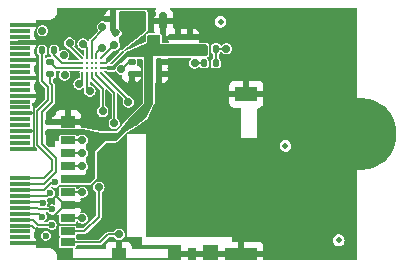
<source format=gbr>
G04 #@! TF.GenerationSoftware,KiCad,Pcbnew,7.0.2-1.fc38*
G04 #@! TF.CreationDate,2023-05-11T21:02:33-04:00*
G04 #@! TF.ProjectId,m2-sd-card,6d322d73-642d-4636-9172-642e6b696361,v0.5.0*
G04 #@! TF.SameCoordinates,PX71581d0PY6410748*
G04 #@! TF.FileFunction,Copper,L1,Top*
G04 #@! TF.FilePolarity,Positive*
%FSLAX46Y46*%
G04 Gerber Fmt 4.6, Leading zero omitted, Abs format (unit mm)*
G04 Created by KiCad (PCBNEW 7.0.2-1.fc38) date 2023-05-11 21:02:33*
%MOMM*%
%LPD*%
G01*
G04 APERTURE LIST*
G04 Aperture macros list*
%AMRoundRect*
0 Rectangle with rounded corners*
0 $1 Rounding radius*
0 $2 $3 $4 $5 $6 $7 $8 $9 X,Y pos of 4 corners*
0 Add a 4 corners polygon primitive as box body*
4,1,4,$2,$3,$4,$5,$6,$7,$8,$9,$2,$3,0*
0 Add four circle primitives for the rounded corners*
1,1,$1+$1,$2,$3*
1,1,$1+$1,$4,$5*
1,1,$1+$1,$6,$7*
1,1,$1+$1,$8,$9*
0 Add four rect primitives between the rounded corners*
20,1,$1+$1,$2,$3,$4,$5,0*
20,1,$1+$1,$4,$5,$6,$7,0*
20,1,$1+$1,$6,$7,$8,$9,0*
20,1,$1+$1,$8,$9,$2,$3,0*%
G04 Aperture macros list end*
G04 #@! TA.AperFunction,SMDPad,CuDef*
%ADD10RoundRect,0.140000X0.170000X-0.140000X0.170000X0.140000X-0.170000X0.140000X-0.170000X-0.140000X0*%
G04 #@! TD*
G04 #@! TA.AperFunction,SMDPad,CuDef*
%ADD11RoundRect,0.140000X-0.140000X-0.170000X0.140000X-0.170000X0.140000X0.170000X-0.140000X0.170000X0*%
G04 #@! TD*
G04 #@! TA.AperFunction,ComponentPad*
%ADD12C,6.150000*%
G04 #@! TD*
G04 #@! TA.AperFunction,SMDPad,CuDef*
%ADD13R,1.700000X0.350000*%
G04 #@! TD*
G04 #@! TA.AperFunction,SMDPad,CuDef*
%ADD14RoundRect,0.150000X-0.150000X0.587500X-0.150000X-0.587500X0.150000X-0.587500X0.150000X0.587500X0*%
G04 #@! TD*
G04 #@! TA.AperFunction,SMDPad,CuDef*
%ADD15R,1.200000X0.700000*%
G04 #@! TD*
G04 #@! TA.AperFunction,SMDPad,CuDef*
%ADD16R,0.800000X1.000000*%
G04 #@! TD*
G04 #@! TA.AperFunction,SMDPad,CuDef*
%ADD17R,1.200000X1.000000*%
G04 #@! TD*
G04 #@! TA.AperFunction,SMDPad,CuDef*
%ADD18R,2.800000X1.000000*%
G04 #@! TD*
G04 #@! TA.AperFunction,SMDPad,CuDef*
%ADD19R,1.900000X1.300000*%
G04 #@! TD*
G04 #@! TA.AperFunction,SMDPad,CuDef*
%ADD20RoundRect,0.135000X-0.135000X-0.185000X0.135000X-0.185000X0.135000X0.185000X-0.135000X0.185000X0*%
G04 #@! TD*
G04 #@! TA.AperFunction,SMDPad,CuDef*
%ADD21C,0.500000*%
G04 #@! TD*
G04 #@! TA.AperFunction,SMDPad,CuDef*
%ADD22C,0.221000*%
G04 #@! TD*
G04 #@! TA.AperFunction,SMDPad,CuDef*
%ADD23RoundRect,0.140000X-0.170000X0.140000X-0.170000X-0.140000X0.170000X-0.140000X0.170000X0.140000X0*%
G04 #@! TD*
G04 #@! TA.AperFunction,SMDPad,CuDef*
%ADD24RoundRect,0.135000X0.185000X-0.135000X0.185000X0.135000X-0.185000X0.135000X-0.185000X-0.135000X0*%
G04 #@! TD*
G04 #@! TA.AperFunction,SMDPad,CuDef*
%ADD25RoundRect,0.140000X0.140000X0.170000X-0.140000X0.170000X-0.140000X-0.170000X0.140000X-0.170000X0*%
G04 #@! TD*
G04 #@! TA.AperFunction,SMDPad,CuDef*
%ADD26RoundRect,0.140000X0.219203X0.021213X0.021213X0.219203X-0.219203X-0.021213X-0.021213X-0.219203X0*%
G04 #@! TD*
G04 #@! TA.AperFunction,ViaPad*
%ADD27C,0.700000*%
G04 #@! TD*
G04 #@! TA.AperFunction,ViaPad*
%ADD28C,0.600000*%
G04 #@! TD*
G04 #@! TA.AperFunction,ViaPad*
%ADD29C,0.221000*%
G04 #@! TD*
G04 #@! TA.AperFunction,Conductor*
%ADD30C,0.203321*%
G04 #@! TD*
G04 #@! TA.AperFunction,Conductor*
%ADD31C,0.175000*%
G04 #@! TD*
G04 #@! TA.AperFunction,Conductor*
%ADD32C,0.508000*%
G04 #@! TD*
G04 APERTURE END LIST*
D10*
X14550000Y17145000D03*
X14550000Y18105000D03*
D11*
X11970000Y16025000D03*
X12930000Y16025000D03*
D10*
X3650000Y9990000D03*
X3650000Y10950000D03*
D12*
X30000000Y9925000D03*
D13*
X1150000Y675000D03*
X1150000Y1175000D03*
X1150000Y1675000D03*
X1150000Y2175000D03*
X1150000Y2675000D03*
X1150000Y3175000D03*
X1150000Y3675000D03*
X1150000Y4175000D03*
X1150000Y4675000D03*
X1150000Y5175000D03*
X1150000Y5675000D03*
X1150000Y6175000D03*
X1150000Y8675000D03*
X1150000Y9175000D03*
X1150000Y9675000D03*
X1150000Y10175000D03*
X1150000Y10675000D03*
X1150000Y11175000D03*
X1150000Y11675000D03*
X1150000Y12175000D03*
X1150000Y12675000D03*
X1150000Y13175000D03*
X1150000Y13675000D03*
X1150000Y14175000D03*
X1150000Y14675000D03*
X1150000Y15175000D03*
X1150000Y15675000D03*
X1150000Y16175000D03*
X1150000Y16675000D03*
X1150000Y17175000D03*
X1150000Y17675000D03*
X1150000Y18175000D03*
X1150000Y18675000D03*
X1150000Y19175000D03*
D11*
X11970000Y15025000D03*
X12930000Y15025000D03*
D14*
X13300000Y19462500D03*
X11400000Y19462500D03*
X12350000Y17587500D03*
D15*
X5225000Y9400000D03*
X5225000Y8300000D03*
X5225000Y7200000D03*
X5225000Y6100000D03*
X5225000Y5000000D03*
X5225000Y3900000D03*
X5225000Y2800000D03*
X5225000Y1700000D03*
X5225000Y750000D03*
D16*
X15725000Y-200000D03*
D17*
X9525000Y-200000D03*
D18*
X19875000Y-200000D03*
D17*
X5225000Y10950000D03*
D19*
X20325000Y13300000D03*
D10*
X15550000Y17145000D03*
X15550000Y18105000D03*
D20*
X16740000Y15925000D03*
X17760000Y15925000D03*
D21*
X28150000Y925000D03*
X18150000Y19425000D03*
D22*
X8050000Y16325000D03*
X8050000Y15925000D03*
X8050000Y15525000D03*
X8050000Y15125000D03*
X7650000Y16325000D03*
X7650000Y15925000D03*
X7650000Y15525000D03*
X7650000Y15125000D03*
X7250000Y16325000D03*
X7250000Y15925000D03*
X7250000Y15525000D03*
X7250000Y15125000D03*
X6850000Y16325000D03*
X6850000Y15925000D03*
X6850000Y15525000D03*
X6850000Y15125000D03*
X6450000Y16325000D03*
X6450000Y15925000D03*
X6450000Y15525000D03*
X6450000Y15125000D03*
D20*
X16740000Y17145000D03*
X17760000Y17145000D03*
X3040000Y17025000D03*
X4060000Y17025000D03*
D21*
X23650000Y8925000D03*
D23*
X10619000Y16005000D03*
X10619000Y15045000D03*
D24*
X3750000Y15015000D03*
X3750000Y16035000D03*
D25*
X10030000Y19625000D03*
X9070000Y19625000D03*
D26*
X9989411Y17785589D03*
X9310589Y18464411D03*
D27*
X11478076Y11530967D03*
X3738533Y9224369D03*
D28*
X3380600Y1327027D03*
D27*
X6450000Y6100000D03*
X3070000Y18675000D03*
X6450000Y3900000D03*
X6450000Y10950000D03*
X4015172Y674666D03*
X15550000Y19025000D03*
D29*
X7250000Y15925000D03*
D27*
X3850000Y11725000D03*
X13850000Y16025000D03*
X12350000Y20125000D03*
X7173340Y19675131D03*
X10619000Y14230436D03*
X14550000Y19025000D03*
X13850000Y15025000D03*
X4950000Y20175270D03*
D29*
X7250000Y15525000D03*
D28*
X2991924Y13031807D03*
D27*
X4750000Y13925000D03*
X14550000Y20125000D03*
D29*
X6850000Y15925000D03*
D27*
X4868427Y16593365D03*
D28*
X3848486Y2240268D03*
D27*
X8150000Y19001817D03*
D28*
X3018866Y2927744D03*
D27*
X9750000Y15425000D03*
D29*
X7650000Y15525000D03*
D27*
X18650000Y17145000D03*
X9562817Y1430315D03*
D28*
X3916335Y3538267D03*
D27*
X6510859Y17544327D03*
X5372538Y17632817D03*
D28*
X3087158Y4108586D03*
D27*
X9163172Y17455814D03*
D28*
X3712216Y4921620D03*
X4130000Y5825000D03*
D27*
X8076503Y17225000D03*
X10350000Y12625000D03*
X6450000Y9400000D03*
X9150000Y10825000D03*
X6450000Y8300000D03*
X8183155Y11841617D03*
X6450000Y7200000D03*
D29*
X6850000Y15525000D03*
D27*
X6450000Y5000000D03*
X4950000Y14925000D03*
X7095728Y13560982D03*
X6450000Y2800000D03*
X7850000Y5425000D03*
X6169565Y14166662D03*
D29*
X7650000Y15925000D03*
D27*
X15950000Y15925000D03*
D30*
X6650000Y10125000D02*
X7050000Y9725000D01*
X14750000Y17145000D02*
X15750000Y17145000D01*
X7050000Y6700000D02*
X6450000Y6100000D01*
X11970000Y16025000D02*
X11970000Y17207500D01*
X9350000Y9725000D02*
X11970000Y12345000D01*
X15550000Y17145000D02*
X16740000Y17145000D01*
X12792500Y17145000D02*
X14750000Y17145000D01*
X7050000Y9725000D02*
X9350000Y9725000D01*
X11970000Y17207500D02*
X12350000Y17587500D01*
X6450000Y6100000D02*
X5225000Y6100000D01*
X3738533Y9224369D02*
X3650000Y9312902D01*
X3650000Y9312902D02*
X3650000Y9990000D01*
X11970000Y16025000D02*
X11970000Y15025000D01*
X7050000Y9725000D02*
X7050000Y6700000D01*
X8050000Y15525000D02*
X8942658Y15525000D01*
X11750000Y16625000D02*
X11970000Y16405000D01*
X3785000Y10125000D02*
X6650000Y10125000D01*
X11970000Y16405000D02*
X11970000Y16025000D01*
X8942658Y15525000D02*
X10042658Y16625000D01*
X10042658Y16625000D02*
X11750000Y16625000D01*
X3650000Y9990000D02*
X3785000Y10125000D01*
X11970000Y15025000D02*
X11970000Y12345000D01*
X12350000Y17587500D02*
X12792500Y17145000D01*
X2750000Y925000D02*
X3000334Y674666D01*
X1150000Y2175000D02*
X2200000Y2175000D01*
X2500000Y675000D02*
X1150000Y675000D01*
X2750000Y925000D02*
X2500000Y675000D01*
X2750000Y1625000D02*
X2750000Y925000D01*
X1150000Y8675000D02*
X2221000Y8675000D01*
X2200000Y2175000D02*
X2750000Y1625000D01*
X5025000Y3900000D02*
X4250000Y3125000D01*
X5225000Y3900000D02*
X5025000Y3900000D01*
X2221000Y8675000D02*
X2319679Y8773679D01*
X1150000Y10175000D02*
X2320000Y10175000D01*
X5225000Y3900000D02*
X4975000Y3900000D01*
X3000334Y674666D02*
X4015172Y674666D01*
D31*
X10012500Y-687500D02*
X10750000Y-687500D01*
D30*
X1150000Y11675000D02*
X2320000Y11675000D01*
D32*
X9070000Y18705000D02*
X9310589Y18464411D01*
D30*
X4550000Y4325000D02*
X4206617Y4668383D01*
X2319679Y12355321D02*
X2319679Y8773679D01*
D31*
X9037500Y-687500D02*
X8350000Y-687500D01*
D32*
X9070000Y19625000D02*
X9070000Y18705000D01*
D31*
X9525000Y-200000D02*
X10012500Y-687500D01*
D30*
X4975000Y3900000D02*
X4550000Y4325000D01*
D31*
X9525000Y-200000D02*
X9037500Y-687500D01*
D30*
X1150000Y2675000D02*
X2300000Y2675000D01*
X2300000Y2675000D02*
X2734732Y2240268D01*
X2734732Y2240268D02*
X3848486Y2240268D01*
X3018866Y2927744D02*
X2771610Y3175000D01*
X8150000Y18725000D02*
X7250000Y17825000D01*
X8150000Y19001817D02*
X8150000Y18725000D01*
X2771610Y3175000D02*
X1150000Y3175000D01*
X7250000Y17825000D02*
X7250000Y16325000D01*
X3750000Y14230227D02*
X3888048Y14092179D01*
X4260933Y7863718D02*
X4260933Y6736282D01*
X3888048Y14092179D02*
X3888048Y12612368D01*
X3199651Y5675000D02*
X1150000Y5675000D01*
X3750000Y15015000D02*
X3750000Y14230227D01*
X3050000Y11774320D02*
X3050000Y9074651D01*
X4260933Y6736282D02*
X3199651Y5675000D01*
X3888048Y12612368D02*
X3050000Y11774320D01*
X3050000Y9074651D02*
X4260933Y7863718D01*
X1150000Y6175000D02*
X3207505Y6175000D01*
X3912933Y6880428D02*
X3912933Y7719572D01*
X3557727Y12812619D02*
X3557727Y13907273D01*
X2650000Y11904892D02*
X3557727Y12812619D01*
X2650000Y8982505D02*
X2650000Y11904892D01*
X3912933Y7719572D02*
X2650000Y8982505D01*
X3557727Y13907273D02*
X3040000Y14425000D01*
X3207505Y6175000D02*
X3912933Y6880428D01*
X3040000Y14425000D02*
X3040000Y17025000D01*
X10619000Y16005000D02*
X10430000Y16005000D01*
X10430000Y16005000D02*
X9850000Y15425000D01*
X9850000Y15425000D02*
X9750000Y15425000D01*
X9562817Y1430315D02*
X8655315Y1430315D01*
X8655315Y1430315D02*
X7975000Y750000D01*
X7975000Y750000D02*
X5225000Y750000D01*
X17760000Y17145000D02*
X17760000Y16525000D01*
X17760000Y16525000D02*
X17760000Y15925000D01*
X17760000Y17145000D02*
X18650000Y17145000D01*
X6850000Y17205186D02*
X6850000Y16325000D01*
X2635215Y3675000D02*
X1150000Y3675000D01*
X3916335Y3538267D02*
X2771948Y3538267D01*
X2771948Y3538267D02*
X2635215Y3675000D01*
X6510859Y17544327D02*
X6850000Y17205186D01*
X3020744Y4175000D02*
X3087158Y4108586D01*
X1150000Y4175000D02*
X3020744Y4175000D01*
X5372538Y17402462D02*
X6450000Y16325000D01*
X5372538Y17632817D02*
X5372538Y17402462D01*
X9163172Y17455814D02*
X9163172Y17438172D01*
X3712216Y4921620D02*
X3465596Y4675000D01*
X3465596Y4675000D02*
X1150000Y4675000D01*
X9163172Y17438172D02*
X8050000Y16325000D01*
X3850000Y5825000D02*
X4130000Y5825000D01*
X3200000Y5175000D02*
X3850000Y5825000D01*
X8076503Y17225000D02*
X7650000Y16798497D01*
X7650000Y16798497D02*
X7650000Y16325000D01*
X1150000Y5175000D02*
X3200000Y5175000D01*
X11400000Y19196178D02*
X9989411Y17785589D01*
X11400000Y19462500D02*
X11400000Y19196178D01*
X8050000Y15925000D02*
X8458866Y15925000D01*
X10030000Y19625000D02*
X10030000Y17826178D01*
X9989411Y17455545D02*
X9989411Y17785589D01*
X8458866Y15925000D02*
X9989411Y17455545D01*
X11237500Y19625000D02*
X11400000Y19462500D01*
X10030000Y19625000D02*
X11237500Y19625000D01*
X10030000Y17826178D02*
X9989411Y17785589D01*
X10350000Y12625000D02*
X10350000Y12825000D01*
X10350000Y12825000D02*
X8050000Y15125000D01*
X5225000Y9400000D02*
X6450000Y9400000D01*
X7650000Y14906235D02*
X7650000Y15125000D01*
X5225000Y8300000D02*
X6450000Y8300000D01*
X9150000Y10825000D02*
X9150000Y13406235D01*
X9150000Y13406235D02*
X7650000Y14906235D01*
X7250000Y14631992D02*
X7250000Y15125000D01*
X8183155Y11841617D02*
X8183155Y13698837D01*
X5225000Y7200000D02*
X6450000Y7200000D01*
X8183155Y13698837D02*
X7250000Y14631992D01*
X5225000Y5000000D02*
X6450000Y5000000D01*
X6850000Y13806710D02*
X6850000Y15125000D01*
X7095728Y13560982D02*
X6850000Y13806710D01*
X5225000Y2800000D02*
X6450000Y2800000D01*
X6169565Y14166662D02*
X6450000Y14447097D01*
X6450000Y14447097D02*
X6450000Y15125000D01*
X7850000Y2925000D02*
X6625000Y1700000D01*
X6625000Y1700000D02*
X5225000Y1700000D01*
X7850000Y2925000D02*
X7850000Y5425000D01*
X6450000Y15925000D02*
X4710810Y15925000D01*
X4060000Y16575810D02*
X4060000Y17025000D01*
X4710810Y15925000D02*
X4060000Y16575810D01*
X6450000Y15525000D02*
X4260000Y15525000D01*
X4260000Y15525000D02*
X3750000Y16035000D01*
X16740000Y15925000D02*
X15950000Y15925000D01*
G04 #@! TA.AperFunction,Conductor*
G36*
X12687253Y20606194D02*
G01*
X12705559Y20562000D01*
X12687253Y20517806D01*
X12625944Y20456498D01*
X12541317Y20313401D01*
X12494934Y20153753D01*
X12492097Y20117697D01*
X12492000Y20115219D01*
X12492000Y19716500D01*
X14107999Y19716500D01*
X14107999Y20115217D01*
X14107902Y20117675D01*
X14105063Y20153757D01*
X14058682Y20313401D01*
X13974055Y20456498D01*
X13912747Y20517806D01*
X13894441Y20562000D01*
X13912747Y20606194D01*
X13956941Y20624500D01*
X29637000Y20624500D01*
X29681194Y20606194D01*
X29699500Y20562000D01*
X29699500Y-712000D01*
X29681194Y-756194D01*
X29637000Y-774500D01*
X21845500Y-774500D01*
X21801306Y-756194D01*
X21783000Y-712000D01*
X21783000Y-454000D01*
X17967000Y-454000D01*
X17967000Y-712000D01*
X17948694Y-756194D01*
X17904500Y-774500D01*
X16695500Y-774500D01*
X16651306Y-756194D01*
X16633000Y-712000D01*
X16633000Y-454000D01*
X14817000Y-454000D01*
X14817000Y-712000D01*
X14798694Y-756194D01*
X14754500Y-774500D01*
X10695500Y-774500D01*
X10651306Y-756194D01*
X10633000Y-712000D01*
X10633000Y-662500D01*
X10651306Y-618306D01*
X10695500Y-600000D01*
X13725000Y-600000D01*
X13725000Y150000D01*
X10695500Y150000D01*
X10651306Y168306D01*
X10633000Y212500D01*
X10633000Y346926D01*
X10632822Y350244D01*
X10626495Y409095D01*
X10575446Y545961D01*
X10487904Y662905D01*
X10370960Y750447D01*
X10234094Y801496D01*
X10175243Y807823D01*
X10171926Y808000D01*
X9779000Y808000D01*
X9779000Y-391500D01*
X9760694Y-435694D01*
X9716500Y-454000D01*
X9333500Y-454000D01*
X9289306Y-435694D01*
X9271000Y-391500D01*
X9271000Y808000D01*
X8878074Y808000D01*
X8874756Y807823D01*
X8815905Y801496D01*
X8679039Y750447D01*
X8562095Y662905D01*
X8474553Y545961D01*
X8423504Y409095D01*
X8417177Y350244D01*
X8417000Y346926D01*
X8417000Y212500D01*
X8398694Y168306D01*
X8354500Y150000D01*
X5856281Y150000D01*
X5812087Y168306D01*
X5793781Y212500D01*
X5812087Y256694D01*
X5844086Y273799D01*
X5874748Y279898D01*
X5916922Y308078D01*
X5945102Y350252D01*
X5952500Y387442D01*
X5952500Y458340D01*
X5970806Y502534D01*
X6015000Y520840D01*
X7967358Y520840D01*
X7970627Y520755D01*
X7985636Y519968D01*
X8011648Y518604D01*
X8011648Y518605D01*
X8011650Y518604D01*
X8035702Y527838D01*
X8045100Y530621D01*
X8052886Y532277D01*
X8070290Y535975D01*
X8078635Y542039D01*
X8092965Y549819D01*
X8102597Y553516D01*
X8120815Y571736D01*
X8128264Y578096D01*
X8149104Y593236D01*
X8154261Y602169D01*
X8164191Y615112D01*
X8731929Y1182849D01*
X8776124Y1201155D01*
X9102367Y1201155D01*
X9146561Y1182849D01*
X9151145Y1176246D01*
X9246906Y1065734D01*
X9362416Y991499D01*
X9494162Y952815D01*
X9494163Y952815D01*
X9631472Y952815D01*
X9763217Y991499D01*
X9772502Y997466D01*
X9878728Y1065734D01*
X9968646Y1169504D01*
X9982574Y1200001D01*
X10224999Y1200001D01*
X10225000Y1200000D01*
X11462500Y1200000D01*
X11506694Y1181694D01*
X11525000Y1137500D01*
X11525000Y500000D01*
X14767394Y500000D01*
X14811588Y481694D01*
X14829894Y437500D01*
X14825953Y415658D01*
X14823504Y409095D01*
X14817177Y350244D01*
X14817000Y346926D01*
X14817000Y54000D01*
X16633000Y54000D01*
X16633000Y346926D01*
X16632822Y350244D01*
X16626495Y409095D01*
X16624047Y415658D01*
X16625754Y463463D01*
X16660764Y496059D01*
X16682606Y500000D01*
X17917394Y500000D01*
X17961588Y481694D01*
X17979894Y437500D01*
X17975953Y415658D01*
X17973504Y409095D01*
X17967177Y350244D01*
X17967000Y346926D01*
X17967000Y54000D01*
X19621000Y54000D01*
X19621000Y808000D01*
X20129000Y808000D01*
X20129000Y54000D01*
X21783000Y54000D01*
X21783000Y346926D01*
X21782822Y350244D01*
X21776495Y409095D01*
X21725446Y545961D01*
X21637904Y662905D01*
X21520960Y750447D01*
X21384094Y801496D01*
X21325243Y807823D01*
X21321926Y808000D01*
X20129000Y808000D01*
X19621000Y808000D01*
X19187500Y808000D01*
X19143306Y826306D01*
X19125000Y870500D01*
X19125000Y925000D01*
X27644352Y925000D01*
X27664835Y782544D01*
X27724623Y651626D01*
X27818872Y542857D01*
X27939947Y465047D01*
X28078038Y424500D01*
X28078039Y424500D01*
X28221962Y424500D01*
X28307979Y449757D01*
X28360053Y465047D01*
X28481128Y542857D01*
X28575377Y651627D01*
X28635165Y782543D01*
X28655647Y925000D01*
X28635165Y1067457D01*
X28575377Y1198373D01*
X28575376Y1198374D01*
X28575376Y1198375D01*
X28481127Y1307144D01*
X28360052Y1384954D01*
X28221962Y1425500D01*
X28221961Y1425500D01*
X28078039Y1425500D01*
X28078038Y1425500D01*
X27939947Y1384954D01*
X27818872Y1307144D01*
X27724623Y1198375D01*
X27664835Y1067457D01*
X27644352Y925000D01*
X19125000Y925000D01*
X19125000Y1200000D01*
X11887500Y1200000D01*
X11843306Y1218306D01*
X11825000Y1262500D01*
X11825000Y8925000D01*
X23144352Y8925000D01*
X23155136Y8850000D01*
X23164835Y8782543D01*
X23183386Y8741922D01*
X23224623Y8651626D01*
X23318872Y8542857D01*
X23439947Y8465047D01*
X23578038Y8424500D01*
X23578039Y8424500D01*
X23721962Y8424500D01*
X23791007Y8444774D01*
X23860053Y8465047D01*
X23981128Y8542857D01*
X24075377Y8651627D01*
X24135165Y8782543D01*
X24155647Y8925000D01*
X24135165Y9067457D01*
X24075377Y9198373D01*
X24075376Y9198374D01*
X24075376Y9198375D01*
X23981127Y9307144D01*
X23860052Y9384954D01*
X23721962Y9425500D01*
X23721961Y9425500D01*
X23578039Y9425500D01*
X23578038Y9425500D01*
X23439947Y9384954D01*
X23318872Y9307144D01*
X23224623Y9198375D01*
X23164835Y9067457D01*
X23144352Y8925000D01*
X11825000Y8925000D01*
X11825000Y9900000D01*
X10225000Y9900000D01*
X10224999Y1200001D01*
X9982574Y1200001D01*
X10025686Y1294404D01*
X10045227Y1430315D01*
X10025686Y1566226D01*
X9992781Y1638278D01*
X9968646Y1691127D01*
X9878727Y1794897D01*
X9763217Y1869132D01*
X9631472Y1907815D01*
X9631471Y1907815D01*
X9494163Y1907815D01*
X9494162Y1907815D01*
X9362416Y1869132D01*
X9246906Y1794897D01*
X9151103Y1684335D01*
X9148810Y1686322D01*
X9124209Y1663416D01*
X9102367Y1659475D01*
X8662958Y1659475D01*
X8659686Y1659561D01*
X8618664Y1661712D01*
X8594612Y1652479D01*
X8585211Y1649694D01*
X8560024Y1644340D01*
X8551680Y1638278D01*
X8537351Y1630498D01*
X8527719Y1626800D01*
X8509506Y1608588D01*
X8502052Y1602222D01*
X8481210Y1587079D01*
X8476052Y1578145D01*
X8466122Y1565205D01*
X7898384Y997466D01*
X7854190Y979160D01*
X6015000Y979160D01*
X5970806Y997466D01*
X5952500Y1041660D01*
X5952500Y1112558D01*
X5947538Y1137500D01*
X5945102Y1149748D01*
X5918020Y1190278D01*
X5908689Y1237193D01*
X5918021Y1259723D01*
X5918022Y1259724D01*
X5945102Y1300252D01*
X5952500Y1337442D01*
X5952500Y1408340D01*
X5970806Y1452534D01*
X6015000Y1470840D01*
X6617358Y1470840D01*
X6620627Y1470755D01*
X6635636Y1469968D01*
X6661648Y1468604D01*
X6661648Y1468605D01*
X6661650Y1468604D01*
X6685702Y1477838D01*
X6695100Y1480621D01*
X6702886Y1482277D01*
X6720290Y1485975D01*
X6728635Y1492039D01*
X6742965Y1499819D01*
X6752597Y1503516D01*
X6770815Y1521736D01*
X6778264Y1528096D01*
X6799104Y1543236D01*
X6804261Y1552169D01*
X6814191Y1565112D01*
X8006650Y2757571D01*
X8008984Y2759786D01*
X8039537Y2787294D01*
X8050020Y2810843D01*
X8054687Y2819436D01*
X8068719Y2841042D01*
X8070333Y2851237D01*
X8074963Y2866864D01*
X8079160Y2876290D01*
X8079160Y2902048D01*
X8079930Y2911825D01*
X8083959Y2937262D01*
X8081289Y2947228D01*
X8079160Y2963403D01*
X8079160Y4970541D01*
X8097466Y5014735D01*
X8107861Y5023114D01*
X8165911Y5060419D01*
X8255829Y5164189D01*
X8312869Y5289089D01*
X8332410Y5425000D01*
X8312869Y5560911D01*
X8268494Y5658078D01*
X8255829Y5685812D01*
X8165910Y5789582D01*
X8050400Y5863817D01*
X7918655Y5902500D01*
X7918654Y5902500D01*
X7781346Y5902500D01*
X7781345Y5902500D01*
X7649599Y5863817D01*
X7534089Y5789582D01*
X7444170Y5685812D01*
X7387131Y5560912D01*
X7367589Y5425000D01*
X7387131Y5289089D01*
X7444170Y5164189D01*
X7534086Y5060421D01*
X7534088Y5060420D01*
X7534089Y5060419D01*
X7592130Y5023118D01*
X7619411Y4983827D01*
X7620839Y4970541D01*
X7620839Y3045810D01*
X7602533Y3001616D01*
X6548384Y1947466D01*
X6504190Y1929160D01*
X6015000Y1929160D01*
X5970806Y1947466D01*
X5952500Y1991660D01*
X5952500Y2062558D01*
X5945102Y2099748D01*
X5916922Y2141922D01*
X5874748Y2170102D01*
X5837558Y2177500D01*
X4612442Y2177500D01*
X4593847Y2173801D01*
X4575251Y2170102D01*
X4533078Y2141922D01*
X4504898Y2099749D01*
X4497500Y2062558D01*
X4497500Y1337443D01*
X4504898Y1300252D01*
X4531978Y1259724D01*
X4541310Y1212808D01*
X4531979Y1190279D01*
X4504898Y1149749D01*
X4497500Y1112558D01*
X4497500Y387442D01*
X4504898Y350252D01*
X4533078Y308078D01*
X4575252Y279898D01*
X4612442Y272500D01*
X4612443Y272500D01*
X5646612Y272500D01*
X5690806Y254194D01*
X5709112Y210000D01*
X5690806Y165806D01*
X5675000Y150000D01*
X5675000Y-600000D01*
X8354500Y-600000D01*
X8398694Y-618306D01*
X8417000Y-662500D01*
X8417000Y-712000D01*
X8398694Y-756194D01*
X8354500Y-774500D01*
X4363000Y-774500D01*
X4318806Y-756194D01*
X4300500Y-712000D01*
X4300500Y-600000D01*
X4300500Y-472156D01*
X4300500Y-421158D01*
X4269737Y-266503D01*
X4209394Y-120821D01*
X4121789Y10289D01*
X4010289Y121789D01*
X3879179Y209394D01*
X3871680Y212500D01*
X3733495Y269738D01*
X3578843Y300500D01*
X3578842Y300500D01*
X3556173Y300500D01*
X2557793Y300500D01*
X2513599Y318806D01*
X2495293Y363000D01*
X2499233Y384840D01*
X2501495Y390906D01*
X2507822Y449757D01*
X2508000Y453075D01*
X2508000Y500000D01*
X1037500Y500000D01*
X993306Y518306D01*
X975000Y562500D01*
X975000Y787500D01*
X993306Y831694D01*
X1037500Y850000D01*
X2508000Y850000D01*
X2508000Y896926D01*
X2507822Y900244D01*
X2501495Y959095D01*
X2450446Y1095961D01*
X2401780Y1160972D01*
X2392045Y1199112D01*
X2390000Y1199112D01*
X2390000Y1207127D01*
X2389950Y1207322D01*
X2390000Y1207422D01*
X2390000Y1327027D01*
X2948703Y1327027D01*
X2966199Y1205348D01*
X3017265Y1093527D01*
X3097768Y1000622D01*
X3201184Y934161D01*
X3319134Y899527D01*
X3319135Y899527D01*
X3442066Y899527D01*
X3501040Y916845D01*
X3560016Y934161D01*
X3663432Y1000622D01*
X3743934Y1093526D01*
X3795001Y1205348D01*
X3812496Y1327027D01*
X3795001Y1448706D01*
X3743934Y1560528D01*
X3663432Y1653432D01*
X3663431Y1653433D01*
X3560015Y1719894D01*
X3442066Y1754527D01*
X3442065Y1754527D01*
X3319135Y1754527D01*
X3319134Y1754527D01*
X3201184Y1719894D01*
X3097768Y1653433D01*
X3017265Y1560528D01*
X2966199Y1448707D01*
X2948703Y1327027D01*
X2390000Y1327027D01*
X2390000Y1649918D01*
X2389314Y1651574D01*
X2401780Y1689029D01*
X2450446Y1754040D01*
X2501495Y1890906D01*
X2507822Y1949757D01*
X2507999Y1953074D01*
X2507999Y1994126D01*
X2526304Y2038320D01*
X2570498Y2056627D01*
X2595921Y2051223D01*
X2620561Y2040252D01*
X2629178Y2035573D01*
X2650774Y2021549D01*
X2660965Y2019935D01*
X2676601Y2015303D01*
X2686022Y2011108D01*
X2711778Y2011108D01*
X2721554Y2010339D01*
X2746993Y2006309D01*
X2756957Y2008978D01*
X2773133Y2011108D01*
X3452848Y2011108D01*
X3497042Y1992802D01*
X3500080Y1989539D01*
X3531677Y1953074D01*
X3565654Y1913863D01*
X3669070Y1847402D01*
X3787020Y1812768D01*
X3787021Y1812768D01*
X3909952Y1812768D01*
X3968926Y1830085D01*
X4027902Y1847402D01*
X4131318Y1913863D01*
X4211820Y2006767D01*
X4262887Y2118589D01*
X4280382Y2240268D01*
X4262887Y2361947D01*
X4211820Y2473769D01*
X4131318Y2566673D01*
X4131317Y2566674D01*
X4027901Y2633135D01*
X3909952Y2667768D01*
X3909951Y2667768D01*
X3787021Y2667768D01*
X3787020Y2667768D01*
X3669070Y2633135D01*
X3565654Y2566674D01*
X3500082Y2490999D01*
X3457307Y2469587D01*
X3452848Y2469428D01*
X3309296Y2469428D01*
X3265102Y2487734D01*
X3246796Y2531928D01*
X3265102Y2576122D01*
X3275506Y2584506D01*
X3287367Y2592130D01*
X3301698Y2601339D01*
X3382200Y2694243D01*
X3433267Y2806065D01*
X3450762Y2927744D01*
X3433267Y3049423D01*
X3382200Y3161245D01*
X3343698Y3205679D01*
X3328592Y3251066D01*
X3350005Y3293842D01*
X3390933Y3309107D01*
X3520697Y3309107D01*
X3564891Y3290801D01*
X3567931Y3287536D01*
X3633503Y3211862D01*
X3736919Y3145401D01*
X3854869Y3110767D01*
X3854870Y3110767D01*
X3977801Y3110767D01*
X4036775Y3128084D01*
X4095751Y3145401D01*
X4180184Y3199663D01*
X4227260Y3208157D01*
X4253846Y3191072D01*
X4254902Y3192481D01*
X4379040Y3099553D01*
X4456840Y3070535D01*
X4491851Y3037940D01*
X4497499Y3011976D01*
X4497499Y2437443D01*
X4497902Y2435419D01*
X4504898Y2400252D01*
X4533078Y2358078D01*
X4575252Y2329898D01*
X4612442Y2322500D01*
X4612443Y2322500D01*
X5837557Y2322500D01*
X5837558Y2322500D01*
X5874748Y2329898D01*
X5916922Y2358078D01*
X5945102Y2400252D01*
X5952500Y2437442D01*
X5952500Y2477414D01*
X5970806Y2521608D01*
X6015000Y2539914D01*
X6059194Y2521608D01*
X6062234Y2518343D01*
X6134089Y2435419D01*
X6249599Y2361184D01*
X6381345Y2322500D01*
X6381346Y2322500D01*
X6518655Y2322500D01*
X6650400Y2361184D01*
X6679519Y2379898D01*
X6765911Y2435419D01*
X6855829Y2539189D01*
X6912869Y2664089D01*
X6932410Y2800000D01*
X6912869Y2935911D01*
X6878131Y3011976D01*
X6855829Y3060812D01*
X6765910Y3164582D01*
X6650400Y3238817D01*
X6518655Y3277500D01*
X6518654Y3277500D01*
X6381346Y3277500D01*
X6381344Y3277500D01*
X6371104Y3274494D01*
X6323543Y3279610D01*
X6293530Y3316858D01*
X6294940Y3356305D01*
X6326495Y3440906D01*
X6332822Y3499757D01*
X6333000Y3503075D01*
X6333000Y3646000D01*
X5033500Y3646000D01*
X4989306Y3664306D01*
X4971000Y3708500D01*
X4971000Y4091500D01*
X4989306Y4135694D01*
X5033500Y4154000D01*
X6332999Y4154000D01*
X6333000Y4296926D01*
X6332822Y4300244D01*
X6326495Y4359095D01*
X6294940Y4443696D01*
X6296647Y4491501D01*
X6331657Y4524097D01*
X6371107Y4525506D01*
X6381345Y4522500D01*
X6381346Y4522500D01*
X6518655Y4522500D01*
X6650400Y4561184D01*
X6650400Y4561185D01*
X6765911Y4635419D01*
X6855829Y4739189D01*
X6912869Y4864089D01*
X6932410Y5000000D01*
X6912869Y5135911D01*
X6870284Y5229160D01*
X6855829Y5260812D01*
X6765910Y5364582D01*
X6650400Y5438817D01*
X6518655Y5477500D01*
X6518654Y5477500D01*
X6381346Y5477500D01*
X6381345Y5477500D01*
X6249599Y5438817D01*
X6134088Y5364582D01*
X6062234Y5281658D01*
X6019458Y5260246D01*
X5974071Y5275353D01*
X5952659Y5318129D01*
X5952500Y5322587D01*
X5952500Y5362558D01*
X5951698Y5366591D01*
X5945102Y5399748D01*
X5916922Y5441922D01*
X5874748Y5470102D01*
X5837558Y5477500D01*
X4612442Y5477500D01*
X4593847Y5473801D01*
X4575251Y5470102D01*
X4533078Y5441922D01*
X4504898Y5399749D01*
X4497500Y5362558D01*
X4497500Y4788025D01*
X4479194Y4743831D01*
X4456842Y4729466D01*
X4379039Y4700447D01*
X4262095Y4612905D01*
X4174553Y4495961D01*
X4123504Y4359095D01*
X4117177Y4300244D01*
X4116999Y4296926D01*
X4116999Y4008385D01*
X4098693Y3964191D01*
X4054499Y3945885D01*
X4036891Y3948417D01*
X3977801Y3965767D01*
X3977800Y3965767D01*
X3854870Y3965767D01*
X3854869Y3965767D01*
X3736919Y3931134D01*
X3633503Y3864673D01*
X3567931Y3788998D01*
X3525156Y3767586D01*
X3520697Y3767427D01*
X3494061Y3767427D01*
X3449867Y3785733D01*
X3431561Y3829927D01*
X3446826Y3870855D01*
X3450492Y3875085D01*
X3501559Y3986907D01*
X3519054Y4108586D01*
X3501559Y4230265D01*
X3450492Y4342087D01*
X3450491Y4342088D01*
X3446759Y4350261D01*
X3448491Y4351052D01*
X3436983Y4385634D01*
X3458398Y4428409D01*
X3498800Y4442282D01*
X3502243Y4443605D01*
X3502246Y4443604D01*
X3526298Y4452838D01*
X3535696Y4455621D01*
X3543482Y4457277D01*
X3560886Y4460975D01*
X3569231Y4467039D01*
X3583561Y4474819D01*
X3593193Y4478516D01*
X3593194Y4478518D01*
X3605598Y4483278D01*
X3605685Y4483050D01*
X3636288Y4495727D01*
X3647463Y4494120D01*
X3650751Y4494120D01*
X3773682Y4494120D01*
X3832656Y4511437D01*
X3891632Y4528754D01*
X3995048Y4595215D01*
X4075550Y4688119D01*
X4126617Y4799941D01*
X4144112Y4921620D01*
X4126617Y5043299D01*
X4075550Y5155121D01*
X3995048Y5248025D01*
X3995047Y5248026D01*
X3891632Y5314487D01*
X3816403Y5336576D01*
X3779157Y5366591D01*
X3774044Y5414153D01*
X3789818Y5440738D01*
X3811863Y5462783D01*
X3856057Y5481089D01*
X3889847Y5471168D01*
X3914955Y5455032D01*
X3950585Y5432133D01*
X4068534Y5397500D01*
X4068535Y5397500D01*
X4191466Y5397500D01*
X4285120Y5425000D01*
X4309416Y5432134D01*
X4412832Y5498595D01*
X4493334Y5591499D01*
X4495688Y5596655D01*
X4530696Y5629251D01*
X4564735Y5631991D01*
X4575250Y5629900D01*
X4575252Y5629898D01*
X4612442Y5622500D01*
X4709762Y5622500D01*
X4718655Y5621865D01*
X4748988Y5617503D01*
X7000487Y5617491D01*
X7012961Y5618079D01*
X7036207Y5620277D01*
X7036210Y5620278D01*
X7036211Y5620278D01*
X7046964Y5623420D01*
X7084234Y5634308D01*
X7146395Y5666211D01*
X7177155Y5688030D01*
X7602666Y6092273D01*
X7613504Y6103883D01*
X7632413Y6126743D01*
X7657448Y6173864D01*
X7677133Y6240903D01*
X7682500Y6278234D01*
X7682499Y8394231D01*
X7700806Y8438424D01*
X8436577Y9174194D01*
X8480771Y9192500D01*
X9197811Y9192500D01*
X9198638Y9192500D01*
X9212803Y9193259D01*
X9239161Y9196093D01*
X9288497Y9211542D01*
X9349820Y9245027D01*
X9380011Y9267627D01*
X10124382Y10012001D01*
X10138213Y10022435D01*
X11007928Y10505609D01*
X11008728Y10506077D01*
X11014666Y10509618D01*
X11015441Y10510103D01*
X11027047Y10517489D01*
X11027806Y10517996D01*
X11033539Y10521891D01*
X11034288Y10522424D01*
X11858187Y11117471D01*
X11902027Y11149133D01*
X11926095Y11171552D01*
X11965283Y11218417D01*
X11983089Y11246076D01*
X12557241Y12442224D01*
X12566986Y12470160D01*
X12579197Y12523819D01*
X12582500Y12553220D01*
X12582500Y13046000D01*
X18867000Y13046000D01*
X18867000Y12603075D01*
X18867177Y12599757D01*
X18873504Y12540906D01*
X18924553Y12404040D01*
X19012095Y12287096D01*
X19129039Y12199554D01*
X19265905Y12148505D01*
X19324756Y12142178D01*
X19328074Y12142000D01*
X19862500Y12142000D01*
X19906694Y12123694D01*
X19925000Y12079500D01*
X19925000Y9550000D01*
X21275000Y9550000D01*
X21275000Y12080636D01*
X21293306Y12124830D01*
X21330820Y12142778D01*
X21384094Y12148505D01*
X21520960Y12199554D01*
X21637904Y12287096D01*
X21725446Y12404040D01*
X21776495Y12540906D01*
X21782822Y12599757D01*
X21783000Y12603075D01*
X21783000Y13046000D01*
X18867000Y13046000D01*
X12582500Y13046000D01*
X12582499Y13554000D01*
X18867000Y13554000D01*
X20071000Y13554000D01*
X20071000Y14458000D01*
X20579000Y14458000D01*
X20579000Y13554000D01*
X21783000Y13554000D01*
X21783000Y13996926D01*
X21782822Y14000244D01*
X21776495Y14059095D01*
X21725446Y14195961D01*
X21637904Y14312905D01*
X21520960Y14400447D01*
X21384094Y14451496D01*
X21325243Y14457823D01*
X21321926Y14458000D01*
X20579000Y14458000D01*
X20071000Y14458000D01*
X19328074Y14458000D01*
X19324756Y14457823D01*
X19265905Y14451496D01*
X19129039Y14400447D01*
X19012095Y14312905D01*
X18924553Y14195961D01*
X18873504Y14059095D01*
X18867177Y14000244D01*
X18867000Y13996926D01*
X18867000Y13554000D01*
X12582499Y13554000D01*
X12582499Y14157253D01*
X12600805Y14201444D01*
X12629493Y14213327D01*
X13183999Y14213327D01*
X13329397Y14255569D01*
X13470319Y14338910D01*
X13586090Y14454681D01*
X13669431Y14595603D01*
X13715109Y14752826D01*
X13716539Y14771000D01*
X13184000Y14771000D01*
X13183999Y14213328D01*
X13183999Y14213327D01*
X12629493Y14213327D01*
X12644999Y14219750D01*
X12662437Y14217268D01*
X12675999Y14213328D01*
X12676000Y14213328D01*
X12676000Y15771000D01*
X13184000Y15771000D01*
X13184000Y15279000D01*
X13716539Y15279000D01*
X13716539Y15279001D01*
X13715109Y15297175D01*
X13669431Y15454395D01*
X13646491Y15493184D01*
X13639750Y15540542D01*
X13646491Y15556816D01*
X13669431Y15595606D01*
X13715109Y15752826D01*
X13716539Y15771000D01*
X13184000Y15771000D01*
X12676000Y15771000D01*
X12676000Y16216500D01*
X12694306Y16260694D01*
X12738500Y16279000D01*
X13716539Y16279000D01*
X13716539Y16279001D01*
X13715109Y16297172D01*
X13710638Y16312561D01*
X13715886Y16360108D01*
X13753217Y16390018D01*
X13770656Y16392500D01*
X15586413Y16392500D01*
X15630607Y16374194D01*
X15648913Y16330000D01*
X15633647Y16289071D01*
X15544170Y16185812D01*
X15487131Y16060912D01*
X15467589Y15925000D01*
X15487131Y15789089D01*
X15544170Y15664189D01*
X15634089Y15560419D01*
X15749599Y15486184D01*
X15881345Y15447500D01*
X15881346Y15447500D01*
X16018655Y15447500D01*
X16150400Y15486184D01*
X16265910Y15560418D01*
X16265911Y15560419D01*
X16293193Y15591905D01*
X16335967Y15613317D01*
X16381355Y15598211D01*
X16392392Y15585703D01*
X16415748Y15550748D01*
X16501898Y15493184D01*
X16502577Y15492730D01*
X16579143Y15477500D01*
X16579144Y15477500D01*
X16900857Y15477500D01*
X16944514Y15486184D01*
X16977423Y15492730D01*
X17064252Y15550748D01*
X17122270Y15637577D01*
X17137500Y15714144D01*
X17362500Y15714144D01*
X17377729Y15637578D01*
X17435747Y15550748D01*
X17522577Y15492730D01*
X17599143Y15477500D01*
X17599144Y15477500D01*
X17920857Y15477500D01*
X17964514Y15486184D01*
X17997423Y15492730D01*
X18084252Y15550748D01*
X18142270Y15637577D01*
X18157500Y15714144D01*
X18157500Y16135856D01*
X18142270Y16212423D01*
X18084252Y16299252D01*
X18084251Y16299253D01*
X18016936Y16344233D01*
X17990361Y16384007D01*
X17989160Y16396199D01*
X17989160Y16673802D01*
X18007466Y16717996D01*
X18016937Y16725769D01*
X18084252Y16770748D01*
X18113249Y16814144D01*
X18142270Y16857577D01*
X18142270Y16857578D01*
X18149177Y16867914D01*
X18151756Y16866191D01*
X18167257Y16889394D01*
X18214172Y16898733D01*
X18249221Y16878361D01*
X18334089Y16780419D01*
X18449599Y16706184D01*
X18581345Y16667500D01*
X18581346Y16667500D01*
X18718655Y16667500D01*
X18850400Y16706184D01*
X18868780Y16717996D01*
X18965911Y16780419D01*
X19055829Y16884189D01*
X19112869Y17009089D01*
X19132410Y17145000D01*
X19132159Y17146743D01*
X19127414Y17179746D01*
X19112869Y17280911D01*
X19070284Y17374160D01*
X19055829Y17405812D01*
X18965910Y17509582D01*
X18850400Y17583817D01*
X18718655Y17622500D01*
X18718654Y17622500D01*
X18581346Y17622500D01*
X18581345Y17622500D01*
X18449599Y17583817D01*
X18334088Y17509582D01*
X18249221Y17411640D01*
X18206445Y17390228D01*
X18161058Y17405335D01*
X18150721Y17423118D01*
X18149177Y17422086D01*
X18084252Y17519253D01*
X17997422Y17577271D01*
X17920857Y17592500D01*
X17920856Y17592500D01*
X17599144Y17592500D01*
X17599143Y17592500D01*
X17522577Y17577271D01*
X17435747Y17519253D01*
X17377729Y17432423D01*
X17362500Y17355857D01*
X17362500Y16934144D01*
X17377729Y16857578D01*
X17435747Y16770748D01*
X17503063Y16725769D01*
X17529639Y16685995D01*
X17530840Y16673802D01*
X17530840Y16396199D01*
X17512534Y16352005D01*
X17503064Y16344233D01*
X17435748Y16299253D01*
X17377729Y16212423D01*
X17362500Y16135857D01*
X17362500Y15714144D01*
X17137500Y15714144D01*
X17137500Y16135856D01*
X17122270Y16212423D01*
X17064252Y16299252D01*
X17036594Y16317733D01*
X17010019Y16357506D01*
X17019351Y16404422D01*
X17043342Y16425588D01*
X17043970Y16425903D01*
X17064280Y16436069D01*
X17117084Y16481824D01*
X17157448Y16544630D01*
X17177133Y16611669D01*
X17182500Y16649000D01*
X17182500Y17401000D01*
X17179472Y17429166D01*
X17168266Y17480677D01*
X17138931Y17539280D01*
X17093176Y17592084D01*
X17093175Y17592085D01*
X17030370Y17632448D01*
X16963331Y17652134D01*
X16926000Y17657500D01*
X16388698Y17657500D01*
X16344504Y17675806D01*
X16326198Y17720000D01*
X16328680Y17737437D01*
X16361673Y17851000D01*
X13738327Y17851000D01*
X13771320Y17737437D01*
X13766071Y17689890D01*
X13728739Y17659982D01*
X13711302Y17657500D01*
X13245000Y17657500D01*
X13200806Y17675806D01*
X13182500Y17720000D01*
X13182500Y18199336D01*
X13182500Y18201000D01*
X13179472Y18229166D01*
X13168266Y18280677D01*
X13138931Y18339280D01*
X13093176Y18392084D01*
X13093175Y18392085D01*
X13074708Y18403954D01*
X13047428Y18443248D01*
X13046000Y18456531D01*
X13046000Y19208500D01*
X13554000Y19208500D01*
X13554000Y18220008D01*
X13692000Y18260101D01*
X13692000Y18296500D01*
X13710306Y18340694D01*
X13754500Y18359000D01*
X14296000Y18359000D01*
X14804000Y18359000D01*
X15295999Y18359000D01*
X15296000Y18891541D01*
X15804000Y18891541D01*
X15804000Y18359000D01*
X16361672Y18359000D01*
X16361673Y18359001D01*
X16319431Y18504398D01*
X16236090Y18645320D01*
X16120319Y18761091D01*
X15979397Y18844432D01*
X15822176Y18890110D01*
X15804000Y18891541D01*
X15296000Y18891541D01*
X15277823Y18890110D01*
X15120603Y18844432D01*
X15081814Y18821493D01*
X15034456Y18814754D01*
X15018186Y18821493D01*
X14979396Y18844432D01*
X14822176Y18890110D01*
X14804000Y18891541D01*
X14804000Y18359000D01*
X14296000Y18359000D01*
X14296000Y18891541D01*
X14277823Y18890110D01*
X14187936Y18863994D01*
X14140390Y18869243D01*
X14110481Y18906575D01*
X14107999Y18924012D01*
X14107999Y19208500D01*
X13554000Y19208500D01*
X13046000Y19208500D01*
X12492001Y19208500D01*
X12492001Y18809784D01*
X12492097Y18807326D01*
X12494936Y18771244D01*
X12541317Y18611600D01*
X12576674Y18551815D01*
X12583414Y18504457D01*
X12554693Y18466204D01*
X12522878Y18457500D01*
X12074000Y18457500D01*
X12072362Y18457324D01*
X12072345Y18457323D01*
X12047501Y18454652D01*
X12047486Y18454650D01*
X12045834Y18454472D01*
X12044214Y18454120D01*
X12044198Y18454117D01*
X11994322Y18443266D01*
X11935718Y18413930D01*
X11882915Y18368176D01*
X11842552Y18305371D01*
X11822866Y18238332D01*
X11817500Y18201000D01*
X11817500Y17753454D01*
X11799194Y17709260D01*
X11779673Y17696030D01*
X10058933Y16956686D01*
X10058916Y16956679D01*
X10057562Y16956096D01*
X10056266Y16955387D01*
X10056250Y16955379D01*
X10036835Y16944754D01*
X10036825Y16944749D01*
X10035535Y16944042D01*
X10034310Y16943213D01*
X10034307Y16943210D01*
X9998035Y16918629D01*
X9998018Y16918617D01*
X9996812Y16917799D01*
X9995678Y16916863D01*
X9995671Y16916857D01*
X9978592Y16902748D01*
X9978581Y16902739D01*
X9977454Y16901807D01*
X9976420Y16900774D01*
X9976409Y16900763D01*
X8951417Y15875771D01*
X8907223Y15857465D01*
X8907217Y15857465D01*
X8874173Y15857468D01*
X8829981Y15875778D01*
X8811679Y15919974D01*
X8829989Y15964166D01*
X8836721Y15970000D01*
X8846150Y15977057D01*
X9588179Y16719086D01*
X9603324Y16737209D01*
X9618689Y16759340D01*
X9625827Y16767882D01*
X9785435Y16927490D01*
X9806061Y16941181D01*
X9819405Y16946611D01*
X9851955Y16965655D01*
X11885717Y18584089D01*
X11901513Y18598923D01*
X11928616Y18628911D01*
X11957448Y18680424D01*
X11977133Y18747463D01*
X11982500Y18784794D01*
X11982500Y19425000D01*
X17644352Y19425000D01*
X17664835Y19282544D01*
X17724623Y19151626D01*
X17818872Y19042857D01*
X17939947Y18965047D01*
X18078038Y18924500D01*
X18078039Y18924500D01*
X18221962Y18924500D01*
X18307979Y18949757D01*
X18360053Y18965047D01*
X18481128Y19042857D01*
X18575377Y19151627D01*
X18635165Y19282543D01*
X18655647Y19425000D01*
X18635165Y19567457D01*
X18575377Y19698373D01*
X18575376Y19698374D01*
X18575376Y19698375D01*
X18481127Y19807144D01*
X18360052Y19884954D01*
X18221962Y19925500D01*
X18221961Y19925500D01*
X18078039Y19925500D01*
X18078038Y19925500D01*
X17939947Y19884954D01*
X17818872Y19807144D01*
X17724623Y19698375D01*
X17664835Y19567457D01*
X17644352Y19425000D01*
X11982500Y19425000D01*
X11982500Y20201000D01*
X11979472Y20229166D01*
X11968266Y20280677D01*
X11938931Y20339280D01*
X11893176Y20392084D01*
X11893175Y20392085D01*
X11830370Y20432448D01*
X11763331Y20452134D01*
X11726000Y20457500D01*
X9674000Y20457500D01*
X9672362Y20457324D01*
X9672345Y20457323D01*
X9647501Y20454652D01*
X9647486Y20454650D01*
X9645834Y20454472D01*
X9644212Y20454120D01*
X9644180Y20454114D01*
X9594324Y20443268D01*
X9535721Y20413933D01*
X9527915Y20407169D01*
X9482527Y20392064D01*
X9469551Y20394387D01*
X9324000Y20436675D01*
X9324000Y19433500D01*
X9305694Y19389306D01*
X9261500Y19371000D01*
X8477101Y19371000D01*
X8443312Y19380922D01*
X8391629Y19414136D01*
X8350398Y19440635D01*
X8218655Y19479317D01*
X8218654Y19479317D01*
X8081346Y19479317D01*
X8081345Y19479317D01*
X7949599Y19440634D01*
X7834089Y19366399D01*
X7744170Y19262629D01*
X7687131Y19137729D01*
X7667589Y19001817D01*
X7683651Y18890110D01*
X7687131Y18865906D01*
X7744171Y18741006D01*
X7751445Y18732611D01*
X7766552Y18687225D01*
X7748405Y18647489D01*
X7093355Y17992439D01*
X7090983Y17990187D01*
X7060462Y17962705D01*
X7049986Y17939176D01*
X7045308Y17930559D01*
X7031280Y17908958D01*
X7029666Y17898769D01*
X7025034Y17883134D01*
X7020839Y17873712D01*
X7020839Y17852509D01*
X7002532Y17808316D01*
X6958337Y17790011D01*
X6914144Y17808318D01*
X6911105Y17811582D01*
X6826769Y17908909D01*
X6711259Y17983144D01*
X6579514Y18021827D01*
X6579513Y18021827D01*
X6442205Y18021827D01*
X6442204Y18021827D01*
X6310458Y17983144D01*
X6194948Y17908909D01*
X6105029Y17805139D01*
X6047990Y17680239D01*
X6028448Y17544327D01*
X6047990Y17408416D01*
X6105029Y17283516D01*
X6194948Y17179746D01*
X6310458Y17105511D01*
X6442204Y17066827D01*
X6558340Y17066827D01*
X6602534Y17048521D01*
X6620840Y17004327D01*
X6620840Y16629130D01*
X6602534Y16584936D01*
X6558340Y16566630D01*
X6514146Y16584936D01*
X5792971Y17306111D01*
X5774665Y17350305D01*
X5780312Y17376266D01*
X5835407Y17496906D01*
X5854948Y17632817D01*
X5835407Y17768728D01*
X5797835Y17851000D01*
X5778367Y17893629D01*
X5688448Y17997399D01*
X5572938Y18071634D01*
X5441193Y18110317D01*
X5441192Y18110317D01*
X5303884Y18110317D01*
X5303883Y18110317D01*
X5172137Y18071634D01*
X5056627Y17997399D01*
X4966708Y17893629D01*
X4909669Y17768729D01*
X4890127Y17632817D01*
X4909669Y17496906D01*
X4966708Y17372006D01*
X5056626Y17268236D01*
X5123903Y17225000D01*
X5172138Y17194001D01*
X5276857Y17163254D01*
X5303438Y17147481D01*
X6190065Y16260854D01*
X6208371Y16216660D01*
X6190065Y16172466D01*
X6145871Y16154160D01*
X5256532Y16154160D01*
X5212338Y16172466D01*
X5194032Y16216660D01*
X5209298Y16257589D01*
X5274256Y16332554D01*
X5286294Y16358914D01*
X5331296Y16457454D01*
X5350837Y16593365D01*
X5331296Y16729276D01*
X5274256Y16854176D01*
X5274256Y16854177D01*
X5184337Y16957947D01*
X5068827Y17032182D01*
X4937082Y17070865D01*
X4937081Y17070865D01*
X4799773Y17070865D01*
X4799772Y17070865D01*
X4668026Y17032182D01*
X4553790Y16958766D01*
X4506715Y16950272D01*
X4467422Y16977554D01*
X4457500Y17011344D01*
X4457500Y17235857D01*
X4442270Y17312423D01*
X4384252Y17399253D01*
X4297422Y17457271D01*
X4220857Y17472500D01*
X4220856Y17472500D01*
X3899144Y17472500D01*
X3899143Y17472500D01*
X3822577Y17457271D01*
X3735747Y17399253D01*
X3677729Y17312423D01*
X3662500Y17235857D01*
X3662500Y16814144D01*
X3677729Y16737578D01*
X3724555Y16667500D01*
X3735748Y16650748D01*
X3801561Y16606773D01*
X3828137Y16566999D01*
X3829252Y16551535D01*
X3828603Y16539160D01*
X3836957Y16517399D01*
X3835706Y16469580D01*
X3801008Y16436652D01*
X3778609Y16432500D01*
X3539143Y16432500D01*
X3462577Y16417271D01*
X3366382Y16352995D01*
X3319466Y16343663D01*
X3279692Y16370239D01*
X3269160Y16404959D01*
X3269160Y16553803D01*
X3287466Y16597996D01*
X3296937Y16605769D01*
X3364252Y16650748D01*
X3364252Y16650749D01*
X3422270Y16737577D01*
X3437500Y16814144D01*
X3437500Y17235856D01*
X3437391Y17236402D01*
X3422270Y17312423D01*
X3364252Y17399253D01*
X3277422Y17457271D01*
X3200857Y17472500D01*
X3200856Y17472500D01*
X2879144Y17472500D01*
X2879143Y17472500D01*
X2802577Y17457271D01*
X2715747Y17399253D01*
X2657729Y17312423D01*
X2642500Y17235857D01*
X2642500Y16814144D01*
X2657729Y16737578D01*
X2715747Y16650748D01*
X2783063Y16605769D01*
X2809639Y16565995D01*
X2810840Y16553802D01*
X2810840Y14432643D01*
X2810754Y14429371D01*
X2808603Y14388352D01*
X2808603Y14388350D01*
X2808604Y14388350D01*
X2814858Y14372057D01*
X2817836Y14364301D01*
X2820621Y14354897D01*
X2825974Y14329711D01*
X2832037Y14321366D01*
X2839818Y14307033D01*
X2843514Y14297405D01*
X2861724Y14279195D01*
X2868093Y14271738D01*
X2883236Y14250896D01*
X2892169Y14245738D01*
X2905113Y14235806D01*
X3310261Y13830658D01*
X3328567Y13786465D01*
X3328567Y12933430D01*
X3310261Y12889236D01*
X2529935Y12108911D01*
X2485741Y12090605D01*
X2441547Y12108911D01*
X2435707Y12115650D01*
X2362904Y12212905D01*
X2245961Y12300446D01*
X2240656Y12302425D01*
X2205647Y12335023D01*
X2200000Y12360984D01*
X2200000Y12489017D01*
X2218306Y12533211D01*
X2240660Y12547577D01*
X2245962Y12549555D01*
X2362904Y12637096D01*
X2450446Y12754040D01*
X2501495Y12890906D01*
X2507822Y12949757D01*
X2508000Y12953075D01*
X2508000Y13000000D01*
X1037500Y13000000D01*
X993306Y13018306D01*
X975000Y13062500D01*
X975000Y13287500D01*
X993306Y13331694D01*
X1037500Y13350000D01*
X2508000Y13350000D01*
X2508000Y13396926D01*
X2507822Y13400244D01*
X2501495Y13459095D01*
X2450446Y13595961D01*
X2401780Y13660972D01*
X2392045Y13699112D01*
X2390000Y13699112D01*
X2390000Y13707127D01*
X2389950Y13707322D01*
X2390000Y13707422D01*
X2390000Y14149918D01*
X2389314Y14151574D01*
X2401780Y14189029D01*
X2450446Y14254040D01*
X2501495Y14390906D01*
X2507822Y14449757D01*
X2508000Y14453075D01*
X2508000Y14500000D01*
X1037500Y14500000D01*
X993306Y14518306D01*
X975000Y14562500D01*
X975000Y14787500D01*
X993306Y14831694D01*
X1037500Y14850000D01*
X2508000Y14850000D01*
X2508000Y14896926D01*
X2507822Y14900244D01*
X2501495Y14959095D01*
X2450446Y15095961D01*
X2401780Y15160972D01*
X2392045Y15199112D01*
X2390000Y15199112D01*
X2390000Y15207127D01*
X2389950Y15207322D01*
X2390000Y15207422D01*
X2390000Y15649918D01*
X2389314Y15651574D01*
X2401780Y15689029D01*
X2450446Y15754040D01*
X2501495Y15890906D01*
X2507822Y15949757D01*
X2508000Y15953075D01*
X2508000Y16000000D01*
X1037500Y16000000D01*
X993306Y16018306D01*
X975000Y16062500D01*
X975000Y16287500D01*
X993306Y16331694D01*
X1037500Y16350000D01*
X2508000Y16350000D01*
X2508000Y16396926D01*
X2507822Y16400244D01*
X2501495Y16459095D01*
X2450446Y16595961D01*
X2401780Y16660972D01*
X2392045Y16699112D01*
X2390000Y16699112D01*
X2390000Y16707127D01*
X2389950Y16707322D01*
X2390000Y16707422D01*
X2390000Y17149918D01*
X2389314Y17151574D01*
X2401780Y17189029D01*
X2450446Y17254040D01*
X2501495Y17390906D01*
X2507822Y17449757D01*
X2508000Y17453075D01*
X2508000Y17500000D01*
X1037500Y17500000D01*
X993306Y17518306D01*
X975000Y17562500D01*
X975000Y17787500D01*
X993306Y17831694D01*
X1037500Y17850000D01*
X2508000Y17850000D01*
X2508000Y17896926D01*
X2507822Y17900244D01*
X2501495Y17959095D01*
X2450446Y18095961D01*
X2362466Y18213489D01*
X2350000Y18250944D01*
X2350000Y18599057D01*
X2362466Y18636512D01*
X2391278Y18675000D01*
X2587589Y18675000D01*
X2607131Y18539089D01*
X2664170Y18414189D01*
X2754089Y18310419D01*
X2869599Y18236184D01*
X3001345Y18197500D01*
X3001346Y18197500D01*
X3138655Y18197500D01*
X3270400Y18236184D01*
X3307615Y18260101D01*
X3385911Y18310419D01*
X3475829Y18414189D01*
X3532869Y18539089D01*
X3552410Y18675000D01*
X3532869Y18810911D01*
X3496700Y18890110D01*
X3475829Y18935812D01*
X3385910Y19039582D01*
X3270400Y19113817D01*
X3138655Y19152500D01*
X3138654Y19152500D01*
X3001346Y19152500D01*
X3001345Y19152500D01*
X2869599Y19113817D01*
X2754089Y19039582D01*
X2664170Y18935812D01*
X2607131Y18810912D01*
X2587589Y18675000D01*
X2391278Y18675000D01*
X2450446Y18754040D01*
X2501495Y18890906D01*
X2507822Y18949757D01*
X2508000Y18953075D01*
X2508000Y19000000D01*
X1037500Y19000000D01*
X993306Y19018306D01*
X975000Y19062500D01*
X975000Y19287500D01*
X993306Y19331694D01*
X1037500Y19350000D01*
X2508000Y19350000D01*
X2508000Y19396926D01*
X2507822Y19400244D01*
X2501495Y19459095D01*
X2499233Y19465160D01*
X2500942Y19512965D01*
X2535953Y19545560D01*
X2557793Y19549500D01*
X3578843Y19549500D01*
X3669117Y19567457D01*
X3733497Y19580263D01*
X3879179Y19640606D01*
X4010289Y19728211D01*
X4121789Y19839711D01*
X4148042Y19879001D01*
X8283460Y19879001D01*
X8283461Y19879000D01*
X8815999Y19879000D01*
X8815999Y20436674D01*
X8815998Y20436674D01*
X8670605Y20394432D01*
X8529677Y20311088D01*
X8413909Y20195320D01*
X8330568Y20054398D01*
X8284890Y19897175D01*
X8283460Y19879001D01*
X4148042Y19879001D01*
X4209394Y19970821D01*
X4269737Y20116503D01*
X4300500Y20271158D01*
X4300500Y20350000D01*
X4300500Y20397595D01*
X4300500Y20423482D01*
X4300499Y20423484D01*
X4300500Y20562000D01*
X4318806Y20606194D01*
X4363000Y20624500D01*
X12643059Y20624500D01*
X12687253Y20606194D01*
G37*
G04 #@! TD.AperFunction*
G04 #@! TA.AperFunction,Conductor*
G36*
X2475361Y8831694D02*
G01*
X2481730Y8824237D01*
X2493236Y8808401D01*
X2502169Y8803243D01*
X2515113Y8793311D01*
X2615372Y8693052D01*
X2633678Y8648858D01*
X2628780Y8624605D01*
X2592144Y8537593D01*
X2558123Y8503965D01*
X2533888Y8504107D01*
X2533888Y8500000D01*
X1037500Y8500000D01*
X993306Y8518306D01*
X975000Y8562500D01*
X975000Y8787500D01*
X993306Y8831694D01*
X1037500Y8850000D01*
X2431167Y8850000D01*
X2475361Y8831694D01*
G37*
G04 #@! TD.AperFunction*
G04 #@! TA.AperFunction,Conductor*
G36*
X2408374Y9593062D02*
G01*
X2420840Y9555607D01*
X2420840Y9294394D01*
X2402534Y9250200D01*
X2358340Y9231894D01*
X2320885Y9244360D01*
X2275045Y9278676D01*
X2250636Y9319816D01*
X2250000Y9328710D01*
X2250000Y9521292D01*
X2268306Y9565486D01*
X2275045Y9571326D01*
X2320885Y9605641D01*
X2367235Y9617471D01*
X2408374Y9593062D01*
G37*
G04 #@! TD.AperFunction*
G04 #@! TA.AperFunction,Conductor*
G36*
X11500250Y16290844D02*
G01*
X11544420Y16272480D01*
X11562667Y16228261D01*
X11562500Y16226577D01*
X11562500Y16221349D01*
X11562500Y16221348D01*
X11562500Y15828652D01*
X11567889Y15801557D01*
X11571347Y15784175D01*
X11572548Y15771982D01*
X11572548Y15278020D01*
X11571347Y15265827D01*
X11562500Y15221349D01*
X11562500Y14828650D01*
X11571346Y14784174D01*
X11572547Y14771982D01*
X11572548Y12602063D01*
X11554927Y12558565D01*
X10258466Y11220942D01*
X10258007Y11220453D01*
X10254665Y11216852D01*
X10254218Y11216355D01*
X10247758Y11209097D01*
X10247332Y11208603D01*
X10244154Y11204875D01*
X10243753Y11204389D01*
X9405966Y10180423D01*
X9363813Y10157810D01*
X9357594Y10157500D01*
X8068697Y10157500D01*
X8056821Y10158639D01*
X6586252Y10443266D01*
X6536849Y10452828D01*
X6536122Y10452933D01*
X6536104Y10452936D01*
X6525033Y10454534D01*
X6525023Y10454536D01*
X6524311Y10454638D01*
X6523613Y10454705D01*
X6523579Y10454709D01*
X6501473Y10456827D01*
X6501457Y10456829D01*
X6500749Y10456896D01*
X6500041Y10456930D01*
X6500025Y10456931D01*
X6488834Y10457466D01*
X6488807Y10457467D01*
X6488109Y10457500D01*
X6395500Y10457500D01*
X6351306Y10475806D01*
X6333000Y10520000D01*
X6333000Y10696000D01*
X3458500Y10696000D01*
X3414306Y10714306D01*
X3396000Y10758500D01*
X3396000Y11204000D01*
X3903999Y11204000D01*
X4971000Y11204000D01*
X4971000Y11958000D01*
X5479000Y11958000D01*
X5479000Y11204000D01*
X6333000Y11204000D01*
X6333000Y11496926D01*
X6332822Y11500244D01*
X6326495Y11559095D01*
X6275446Y11695961D01*
X6187904Y11812905D01*
X6070960Y11900447D01*
X5934094Y11951496D01*
X5875243Y11957823D01*
X5871926Y11958000D01*
X5479000Y11958000D01*
X4971000Y11958000D01*
X4578074Y11958000D01*
X4574756Y11957823D01*
X4515905Y11951496D01*
X4379039Y11900447D01*
X4262095Y11812905D01*
X4175560Y11697307D01*
X4134420Y11672898D01*
X4093712Y11680965D01*
X4079397Y11689431D01*
X3922174Y11735110D01*
X3903999Y11736541D01*
X3903999Y11204000D01*
X3396000Y11204000D01*
X3396000Y11757337D01*
X3392683Y11764530D01*
X3409236Y11809410D01*
X3410890Y11811131D01*
X4044698Y12444939D01*
X4047032Y12447154D01*
X4077585Y12474662D01*
X4088068Y12498211D01*
X4092735Y12506804D01*
X4106767Y12528410D01*
X4108381Y12538605D01*
X4113011Y12554232D01*
X4117208Y12563658D01*
X4117208Y12589414D01*
X4117978Y12599193D01*
X4122007Y12624629D01*
X4119337Y12634594D01*
X4117208Y12650769D01*
X4117208Y14084549D01*
X4117294Y14087821D01*
X4119443Y14128828D01*
X4119443Y14128829D01*
X4110209Y14152885D01*
X4107426Y14162283D01*
X4106495Y14166662D01*
X4102073Y14187469D01*
X4096013Y14195810D01*
X4088227Y14210150D01*
X4084532Y14219777D01*
X4066320Y14237989D01*
X4059949Y14245448D01*
X4055991Y14250896D01*
X4044812Y14266283D01*
X4035877Y14271442D01*
X4022938Y14281372D01*
X3997465Y14306846D01*
X3979160Y14351039D01*
X3979160Y14569849D01*
X3997466Y14614043D01*
X4029465Y14631148D01*
X4037423Y14632730D01*
X4124252Y14690748D01*
X4182270Y14777577D01*
X4197500Y14854144D01*
X4197500Y15175856D01*
X4190100Y15213057D01*
X4188906Y15219063D01*
X4198238Y15265979D01*
X4238012Y15292555D01*
X4259981Y15292986D01*
X4272261Y15291041D01*
X4272261Y15291042D01*
X4272263Y15291041D01*
X4282225Y15293710D01*
X4298401Y15295840D01*
X4502655Y15295840D01*
X4546849Y15277534D01*
X4565155Y15233340D01*
X4549890Y15192412D01*
X4544170Y15185812D01*
X4487131Y15060912D01*
X4467589Y14925000D01*
X4487131Y14789089D01*
X4544170Y14664189D01*
X4634089Y14560419D01*
X4749599Y14486184D01*
X4881345Y14447500D01*
X4881346Y14447500D01*
X5018655Y14447500D01*
X5150400Y14486184D01*
X5174412Y14501616D01*
X5265911Y14560419D01*
X5355829Y14664189D01*
X5412869Y14789089D01*
X5432410Y14925000D01*
X5412869Y15060911D01*
X5365704Y15164188D01*
X5355829Y15185812D01*
X5350110Y15192412D01*
X5335004Y15237800D01*
X5356417Y15280575D01*
X5397345Y15295840D01*
X6165163Y15295840D01*
X6209357Y15277534D01*
X6227663Y15233340D01*
X6226462Y15221146D01*
X6207336Y15125001D01*
X6219639Y15063156D01*
X6220840Y15050962D01*
X6220840Y14706662D01*
X6202534Y14662468D01*
X6158340Y14644162D01*
X6100910Y14644162D01*
X5969164Y14605479D01*
X5853654Y14531244D01*
X5763735Y14427474D01*
X5706696Y14302574D01*
X5687154Y14166662D01*
X5706696Y14030751D01*
X5763735Y13905851D01*
X5853654Y13802081D01*
X5969164Y13727846D01*
X6100910Y13689162D01*
X6100911Y13689162D01*
X6238220Y13689162D01*
X6369965Y13727846D01*
X6485475Y13802080D01*
X6494376Y13812352D01*
X6509787Y13830138D01*
X6552561Y13851550D01*
X6597949Y13836444D01*
X6619362Y13793669D01*
X6619435Y13785939D01*
X6618603Y13770063D01*
X6627836Y13746011D01*
X6630621Y13736605D01*
X6633049Y13725181D01*
X6633779Y13703293D01*
X6613317Y13560983D01*
X6632859Y13425071D01*
X6689898Y13300171D01*
X6779817Y13196401D01*
X6895327Y13122166D01*
X7027073Y13083482D01*
X7027074Y13083482D01*
X7164383Y13083482D01*
X7296128Y13122166D01*
X7296127Y13122166D01*
X7411639Y13196401D01*
X7501557Y13300171D01*
X7558597Y13425071D01*
X7578138Y13560982D01*
X7558597Y13696893D01*
X7501557Y13821793D01*
X7501557Y13821794D01*
X7411638Y13925564D01*
X7296128Y13999799D01*
X7164383Y14038482D01*
X7164382Y14038482D01*
X7141660Y14038482D01*
X7097466Y14056788D01*
X7079160Y14100982D01*
X7079160Y14327863D01*
X7097466Y14372057D01*
X7141660Y14390363D01*
X7185854Y14372057D01*
X7935688Y13622223D01*
X7953994Y13578029D01*
X7953994Y12296078D01*
X7935688Y12251884D01*
X7925285Y12243500D01*
X7867242Y12206198D01*
X7777325Y12102429D01*
X7720286Y11977529D01*
X7700744Y11841618D01*
X7720286Y11705706D01*
X7777325Y11580806D01*
X7867244Y11477036D01*
X7982754Y11402801D01*
X8114500Y11364117D01*
X8114501Y11364117D01*
X8251810Y11364117D01*
X8383555Y11402801D01*
X8383555Y11402802D01*
X8499066Y11477036D01*
X8588984Y11580806D01*
X8646024Y11705706D01*
X8665565Y11841617D01*
X8646024Y11977528D01*
X8598936Y12080636D01*
X8588984Y12102429D01*
X8499066Y12206199D01*
X8441024Y12243500D01*
X8413742Y12282793D01*
X8412314Y12296069D01*
X8412314Y13668953D01*
X8430620Y13713146D01*
X8474814Y13731452D01*
X8519008Y13713146D01*
X8902534Y13329620D01*
X8920840Y13285426D01*
X8920840Y11279461D01*
X8902534Y11235267D01*
X8892131Y11226883D01*
X8834087Y11189581D01*
X8744170Y11085812D01*
X8687131Y10960912D01*
X8667589Y10825001D01*
X8687131Y10689089D01*
X8744170Y10564189D01*
X8834089Y10460419D01*
X8949599Y10386184D01*
X9081345Y10347500D01*
X9081346Y10347500D01*
X9218655Y10347500D01*
X9350400Y10386184D01*
X9384467Y10408078D01*
X9465911Y10460419D01*
X9555829Y10564189D01*
X9612869Y10689089D01*
X9632410Y10825000D01*
X9612869Y10960911D01*
X9562444Y11071326D01*
X9555829Y11085812D01*
X9465912Y11189581D01*
X9407869Y11226883D01*
X9380588Y11266176D01*
X9379160Y11279461D01*
X9379160Y13320870D01*
X9397466Y13365064D01*
X9441660Y13383370D01*
X9485854Y13365064D01*
X9920050Y12930868D01*
X9938356Y12886674D01*
X9932708Y12860711D01*
X9887131Y12760912D01*
X9867589Y12625000D01*
X9887131Y12489089D01*
X9944170Y12364189D01*
X10034089Y12260419D01*
X10149599Y12186184D01*
X10281345Y12147500D01*
X10281346Y12147500D01*
X10418655Y12147500D01*
X10550400Y12186184D01*
X10581542Y12206198D01*
X10665911Y12260419D01*
X10755829Y12364189D01*
X10812869Y12489089D01*
X10832410Y12625000D01*
X10812869Y12760911D01*
X10767292Y12860711D01*
X10755829Y12885812D01*
X10665910Y12989582D01*
X10550400Y13063817D01*
X10410032Y13105032D01*
X10410717Y13107368D01*
X10378276Y13120806D01*
X8309936Y15189146D01*
X8291630Y15233340D01*
X8309936Y15277534D01*
X8354130Y15295840D01*
X8445419Y15295840D01*
X8489613Y15277534D01*
X8492653Y15274270D01*
X8506825Y15257915D01*
X8529923Y15243071D01*
X8569630Y15217552D01*
X8616983Y15203648D01*
X8636668Y15197867D01*
X8674000Y15192500D01*
X9097810Y15192500D01*
X9098637Y15192500D01*
X9112801Y15193259D01*
X9139161Y15196093D01*
X9188499Y15211542D01*
X9236871Y15237957D01*
X9284430Y15243071D01*
X9321678Y15213057D01*
X9323676Y15209066D01*
X9344171Y15164188D01*
X9434089Y15060419D01*
X9549599Y14986184D01*
X9681345Y14947500D01*
X9738500Y14947500D01*
X9782694Y14929194D01*
X9801000Y14885000D01*
X9801000Y14840799D01*
X9801097Y14838319D01*
X9803890Y14802825D01*
X9849568Y14645603D01*
X9932909Y14504681D01*
X10048680Y14388910D01*
X10189602Y14305569D01*
X10346825Y14259891D01*
X10364999Y14258461D01*
X10365000Y14258461D01*
X10365000Y14791000D01*
X10873000Y14791000D01*
X10873000Y14258461D01*
X10891174Y14259891D01*
X11048397Y14305569D01*
X11189319Y14388910D01*
X11305090Y14504681D01*
X11388431Y14645603D01*
X11430673Y14791000D01*
X10873000Y14791000D01*
X10365000Y14791000D01*
X10365000Y15236500D01*
X10383306Y15280694D01*
X10427500Y15299000D01*
X11430672Y15299000D01*
X11430673Y15299001D01*
X11388431Y15444398D01*
X11305090Y15585320D01*
X11189319Y15701091D01*
X11084122Y15763304D01*
X11055401Y15801557D01*
X11054638Y15829292D01*
X11056500Y15838652D01*
X11056500Y16171348D01*
X11047484Y16216670D01*
X11056817Y16263586D01*
X11096591Y16290162D01*
X11108863Y16291363D01*
X11500250Y16290844D01*
G37*
G04 #@! TD.AperFunction*
G04 #@! TA.AperFunction,Conductor*
G36*
X2408374Y11093062D02*
G01*
X2420840Y11055607D01*
X2420840Y10794394D01*
X2402534Y10750200D01*
X2358340Y10731894D01*
X2320885Y10744360D01*
X2275045Y10778676D01*
X2250636Y10819816D01*
X2250000Y10828710D01*
X2250000Y11021292D01*
X2268306Y11065486D01*
X2275045Y11071326D01*
X2320885Y11105641D01*
X2367235Y11117471D01*
X2408374Y11093062D01*
G37*
G04 #@! TD.AperFunction*
G04 #@! TA.AperFunction,Conductor*
G36*
X12993039Y18305315D02*
G01*
X13038794Y18252511D01*
X13050000Y18201000D01*
X13050000Y17525000D01*
X16926000Y17525000D01*
X16993039Y17505315D01*
X17038794Y17452511D01*
X17050000Y17401000D01*
X17050000Y16649000D01*
X17030315Y16581961D01*
X16977511Y16536206D01*
X16926000Y16525000D01*
X12450000Y16525000D01*
X12450000Y12553220D01*
X12437789Y12499561D01*
X11863637Y11303413D01*
X11824449Y11256548D01*
X10955961Y10629306D01*
X10943580Y10621435D01*
X10049999Y10125000D01*
X9286319Y9361319D01*
X9224996Y9327834D01*
X9198638Y9325000D01*
X8399999Y9325000D01*
X7550000Y8475001D01*
X7550000Y6278234D01*
X7530315Y6211195D01*
X7511406Y6188335D01*
X7085895Y5784092D01*
X7023734Y5752189D01*
X7000488Y5749991D01*
X4748989Y5750003D01*
X4681950Y5769688D01*
X4636195Y5822492D01*
X4624990Y5874000D01*
X4624994Y6325997D01*
X4644679Y6393035D01*
X4697484Y6438790D01*
X4748984Y6449995D01*
X6752669Y6450075D01*
X6752368Y6773429D01*
X6771990Y6840483D01*
X6782648Y6854735D01*
X6855829Y6939189D01*
X6912869Y7064089D01*
X6932410Y7200000D01*
X6912869Y7335911D01*
X6887002Y7392551D01*
X6855828Y7460813D01*
X6781863Y7546172D01*
X6752837Y7609727D01*
X6751576Y7627245D01*
X6751348Y7872254D01*
X6770969Y7939305D01*
X6781625Y7953555D01*
X6855829Y8039189D01*
X6912869Y8164089D01*
X6932410Y8300000D01*
X6912869Y8435911D01*
X6855829Y8560811D01*
X6780838Y8647354D01*
X6751814Y8710907D01*
X6750553Y8728416D01*
X6750328Y8971075D01*
X6769951Y9038130D01*
X6780606Y9052379D01*
X6855829Y9139189D01*
X6912869Y9264089D01*
X6932410Y9400000D01*
X6912869Y9535911D01*
X6855829Y9660811D01*
X6810870Y9712696D01*
X6765911Y9764582D01*
X6650398Y9838817D01*
X6518654Y9877500D01*
X6381346Y9877500D01*
X6249600Y9838817D01*
X6120783Y9756031D01*
X6053743Y9736347D01*
X5986704Y9756032D01*
X5950642Y9791457D01*
X5916922Y9841922D01*
X5874747Y9870103D01*
X5837558Y9877500D01*
X4612442Y9877500D01*
X4575252Y9870103D01*
X4533077Y9841923D01*
X4504897Y9799748D01*
X4497500Y9762559D01*
X4497500Y9449000D01*
X4477815Y9381961D01*
X4425011Y9336206D01*
X4373500Y9325000D01*
X4150000Y9325000D01*
X4150000Y8949000D01*
X4130315Y8881961D01*
X4077511Y8836206D01*
X4026000Y8825000D01*
X3675095Y8825000D01*
X3608056Y8844685D01*
X3587414Y8861319D01*
X3386319Y9062414D01*
X3352834Y9123737D01*
X3350000Y9150095D01*
X3350000Y10201000D01*
X3369685Y10268039D01*
X3422489Y10313794D01*
X3474000Y10325000D01*
X4587661Y10325000D01*
X4611853Y10322617D01*
X4612441Y10322500D01*
X4612442Y10322500D01*
X5837559Y10322500D01*
X5838147Y10322617D01*
X5862339Y10325000D01*
X6488109Y10325000D01*
X6511671Y10322742D01*
X8050000Y10025000D01*
X9449999Y10025000D01*
X9450000Y10025000D01*
X10346703Y11120971D01*
X10353610Y11128726D01*
X11705049Y12523071D01*
X11705049Y16423071D01*
X11705048Y16423072D01*
X10250000Y16425001D01*
X10249999Y16425000D01*
X9763819Y15938819D01*
X9702496Y15905334D01*
X9684355Y15903384D01*
X9549601Y15863817D01*
X9434088Y15789582D01*
X9344169Y15685810D01*
X9287130Y15560911D01*
X9276415Y15486393D01*
X9247389Y15422838D01*
X9241361Y15416363D01*
X9186320Y15361320D01*
X9124997Y15327834D01*
X9098637Y15325000D01*
X8674000Y15325000D01*
X8606961Y15344685D01*
X8561206Y15397489D01*
X8550000Y15448999D01*
X8550000Y15486393D01*
X8550000Y15600992D01*
X8569683Y15668028D01*
X8622487Y15713783D01*
X8674005Y15724988D01*
X8987942Y15724957D01*
X8987986Y15724956D01*
X8987986Y15724957D01*
X8987988Y15724956D01*
X10071146Y16808115D01*
X10109869Y16834358D01*
X11950000Y17625000D01*
X11950000Y18201000D01*
X11969685Y18268039D01*
X12022489Y18313794D01*
X12074000Y18325000D01*
X12926000Y18325000D01*
X12993039Y18305315D01*
G37*
G04 #@! TD.AperFunction*
G04 #@! TA.AperFunction,Conductor*
G36*
X9500518Y16981662D02*
G01*
X9529544Y16918107D01*
X9519601Y16848948D01*
X9494487Y16812778D01*
X8752458Y16070749D01*
X8691135Y16037264D01*
X8621443Y16042248D01*
X8576632Y16071215D01*
X8461752Y16187321D01*
X8428593Y16248821D01*
X8433947Y16318486D01*
X8462214Y16362215D01*
X9041996Y16941997D01*
X9103317Y16975480D01*
X9129675Y16978314D01*
X9231824Y16978314D01*
X9231826Y16978314D01*
X9363572Y17016998D01*
X9363576Y17017001D01*
X9371870Y17019436D01*
X9441740Y17019436D01*
X9500518Y16981662D01*
G37*
G04 #@! TD.AperFunction*
G04 #@! TA.AperFunction,Conductor*
G36*
X11793039Y20305315D02*
G01*
X11838794Y20252511D01*
X11850000Y20201000D01*
X11850000Y18784794D01*
X11830315Y18717755D01*
X11803212Y18687767D01*
X9769450Y17069333D01*
X9704737Y17042991D01*
X9636054Y17055819D01*
X9585210Y17103742D01*
X9568346Y17171546D01*
X9579442Y17217867D01*
X9626041Y17319903D01*
X9645582Y17455814D01*
X9626041Y17591725D01*
X9622854Y17598703D01*
X9561595Y17732842D01*
X9566011Y17734860D01*
X9551263Y17767146D01*
X9550000Y17784791D01*
X9550000Y18076172D01*
X9569684Y18143207D01*
X9586309Y18163840D01*
X9737574Y18315104D01*
X9781772Y18381250D01*
X9802533Y18485624D01*
X9781772Y18589998D01*
X9737574Y18656144D01*
X9586316Y18807402D01*
X9552833Y18868723D01*
X9550000Y18895072D01*
X9550000Y20201001D01*
X9569685Y20268040D01*
X9622489Y20313794D01*
X9674000Y20325000D01*
X11726000Y20325000D01*
X11793039Y20305315D01*
G37*
G04 #@! TD.AperFunction*
G04 #@! TA.AperFunction,Conductor*
G36*
X2220000Y10000000D02*
G01*
X1993000Y10000000D01*
X1993000Y10350000D01*
X2220000Y10350000D01*
X2220000Y10000000D01*
G37*
G04 #@! TD.AperFunction*
G04 #@! TA.AperFunction,Conductor*
G36*
X2220000Y11500000D02*
G01*
X1993000Y11500000D01*
X1993000Y11850000D01*
X2220000Y11850000D01*
X2220000Y11500000D01*
G37*
G04 #@! TD.AperFunction*
M02*

</source>
